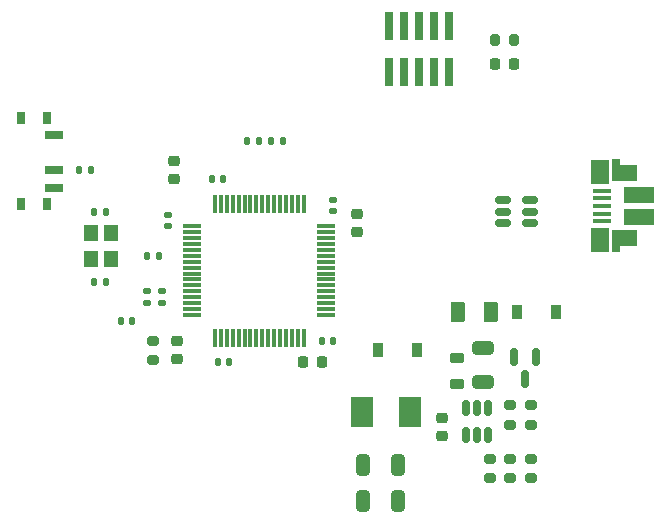
<source format=gbr>
%TF.GenerationSoftware,KiCad,Pcbnew,(6.0.7)*%
%TF.CreationDate,2022-09-22T19:59:32-07:00*%
%TF.ProjectId,STM32F4_rev2,53544d33-3246-4345-9f72-6576322e6b69,rev?*%
%TF.SameCoordinates,Original*%
%TF.FileFunction,Paste,Top*%
%TF.FilePolarity,Positive*%
%FSLAX46Y46*%
G04 Gerber Fmt 4.6, Leading zero omitted, Abs format (unit mm)*
G04 Created by KiCad (PCBNEW (6.0.7)) date 2022-09-22 19:59:32*
%MOMM*%
%LPD*%
G01*
G04 APERTURE LIST*
G04 Aperture macros list*
%AMRoundRect*
0 Rectangle with rounded corners*
0 $1 Rounding radius*
0 $2 $3 $4 $5 $6 $7 $8 $9 X,Y pos of 4 corners*
0 Add a 4 corners polygon primitive as box body*
4,1,4,$2,$3,$4,$5,$6,$7,$8,$9,$2,$3,0*
0 Add four circle primitives for the rounded corners*
1,1,$1+$1,$2,$3*
1,1,$1+$1,$4,$5*
1,1,$1+$1,$6,$7*
1,1,$1+$1,$8,$9*
0 Add four rect primitives between the rounded corners*
20,1,$1+$1,$2,$3,$4,$5,0*
20,1,$1+$1,$4,$5,$6,$7,0*
20,1,$1+$1,$6,$7,$8,$9,0*
20,1,$1+$1,$8,$9,$2,$3,0*%
G04 Aperture macros list end*
%ADD10R,0.740000X2.400000*%
%ADD11RoundRect,0.150000X-0.150000X0.587500X-0.150000X-0.587500X0.150000X-0.587500X0.150000X0.587500X0*%
%ADD12R,0.900000X1.200000*%
%ADD13RoundRect,0.135000X0.135000X0.185000X-0.135000X0.185000X-0.135000X-0.185000X0.135000X-0.185000X0*%
%ADD14R,1.650000X0.400000*%
%ADD15R,1.500000X2.000000*%
%ADD16R,2.500000X1.430000*%
%ADD17R,2.000000X1.350000*%
%ADD18R,0.700000X1.825000*%
%ADD19RoundRect,0.218750X0.218750X0.256250X-0.218750X0.256250X-0.218750X-0.256250X0.218750X-0.256250X0*%
%ADD20RoundRect,0.140000X0.170000X-0.140000X0.170000X0.140000X-0.170000X0.140000X-0.170000X-0.140000X0*%
%ADD21RoundRect,0.200000X0.200000X0.275000X-0.200000X0.275000X-0.200000X-0.275000X0.200000X-0.275000X0*%
%ADD22RoundRect,0.200000X0.275000X-0.200000X0.275000X0.200000X-0.275000X0.200000X-0.275000X-0.200000X0*%
%ADD23RoundRect,0.135000X-0.135000X-0.185000X0.135000X-0.185000X0.135000X0.185000X-0.135000X0.185000X0*%
%ADD24RoundRect,0.140000X-0.140000X-0.170000X0.140000X-0.170000X0.140000X0.170000X-0.140000X0.170000X0*%
%ADD25RoundRect,0.150000X0.512500X0.150000X-0.512500X0.150000X-0.512500X-0.150000X0.512500X-0.150000X0*%
%ADD26R,0.800000X1.000000*%
%ADD27R,1.500000X0.700000*%
%ADD28RoundRect,0.225000X0.250000X-0.225000X0.250000X0.225000X-0.250000X0.225000X-0.250000X-0.225000X0*%
%ADD29RoundRect,0.225000X-0.225000X-0.250000X0.225000X-0.250000X0.225000X0.250000X-0.225000X0.250000X0*%
%ADD30RoundRect,0.250000X0.375000X0.625000X-0.375000X0.625000X-0.375000X-0.625000X0.375000X-0.625000X0*%
%ADD31RoundRect,0.218750X0.256250X-0.218750X0.256250X0.218750X-0.256250X0.218750X-0.256250X-0.218750X0*%
%ADD32R,1.200000X1.400000*%
%ADD33RoundRect,0.140000X0.140000X0.170000X-0.140000X0.170000X-0.140000X-0.170000X0.140000X-0.170000X0*%
%ADD34R,1.900000X2.500000*%
%ADD35RoundRect,0.147500X-0.147500X-0.172500X0.147500X-0.172500X0.147500X0.172500X-0.147500X0.172500X0*%
%ADD36RoundRect,0.200000X-0.275000X0.200000X-0.275000X-0.200000X0.275000X-0.200000X0.275000X0.200000X0*%
%ADD37RoundRect,0.250000X-0.325000X-0.650000X0.325000X-0.650000X0.325000X0.650000X-0.325000X0.650000X0*%
%ADD38RoundRect,0.218750X-0.381250X0.218750X-0.381250X-0.218750X0.381250X-0.218750X0.381250X0.218750X0*%
%ADD39RoundRect,0.250000X0.650000X-0.325000X0.650000X0.325000X-0.650000X0.325000X-0.650000X-0.325000X0*%
%ADD40RoundRect,0.225000X-0.250000X0.225000X-0.250000X-0.225000X0.250000X-0.225000X0.250000X0.225000X0*%
%ADD41RoundRect,0.075000X-0.700000X-0.075000X0.700000X-0.075000X0.700000X0.075000X-0.700000X0.075000X0*%
%ADD42RoundRect,0.075000X-0.075000X-0.700000X0.075000X-0.700000X0.075000X0.700000X-0.075000X0.700000X0*%
%ADD43RoundRect,0.150000X0.150000X-0.512500X0.150000X0.512500X-0.150000X0.512500X-0.150000X-0.512500X0*%
G04 APERTURE END LIST*
D10*
%TO.C,J2*%
X97960000Y-66200000D03*
X97960000Y-62300000D03*
X99230000Y-66200000D03*
X99230000Y-62300000D03*
X100500000Y-66200000D03*
X100500000Y-62300000D03*
X101770000Y-66200000D03*
X101770000Y-62300000D03*
X103040000Y-66200000D03*
X103040000Y-62300000D03*
%TD*%
D11*
%TO.C,Q1*%
X110450000Y-90312500D03*
X108550000Y-90312500D03*
X109500000Y-92187500D03*
%TD*%
D12*
%TO.C,D2*%
X97050000Y-89750000D03*
X100350000Y-89750000D03*
%TD*%
D13*
%TO.C,R8*%
X78510000Y-81750000D03*
X77490000Y-81750000D03*
%TD*%
D14*
%TO.C,J5*%
X115985000Y-78825000D03*
X115985000Y-78175000D03*
X115985000Y-77525000D03*
X115985000Y-76875000D03*
X115985000Y-76225000D03*
D15*
X115885000Y-80375000D03*
D16*
X119135000Y-78485000D03*
D17*
X117935000Y-80255000D03*
X117935000Y-74775000D03*
D16*
X119135000Y-76565000D03*
D15*
X115865000Y-74625000D03*
D18*
X117185000Y-80475000D03*
X117185000Y-74525000D03*
%TD*%
D19*
%TO.C,D3*%
X108537500Y-65500000D03*
X106962500Y-65500000D03*
%TD*%
D20*
%TO.C,C12*%
X78750000Y-85730000D03*
X78750000Y-84770000D03*
%TD*%
D21*
%TO.C,R6*%
X108575000Y-63500000D03*
X106925000Y-63500000D03*
%TD*%
D22*
%TO.C,R5*%
X110000000Y-100575000D03*
X110000000Y-98925000D03*
%TD*%
D13*
%TO.C,R7*%
X72760000Y-74500000D03*
X71740000Y-74500000D03*
%TD*%
D23*
%TO.C,R11*%
X85980000Y-72000000D03*
X87000000Y-72000000D03*
%TD*%
D24*
%TO.C,C8*%
X92270000Y-89000000D03*
X93230000Y-89000000D03*
%TD*%
%TO.C,C10*%
X83000000Y-75250000D03*
X83960000Y-75250000D03*
%TD*%
D12*
%TO.C,D1*%
X108850000Y-86500000D03*
X112150000Y-86500000D03*
%TD*%
D25*
%TO.C,U3*%
X109887500Y-78950000D03*
X109887500Y-78000000D03*
X109887500Y-77050000D03*
X107612500Y-77050000D03*
X107612500Y-78000000D03*
X107612500Y-78950000D03*
%TD*%
D26*
%TO.C,SW1*%
X66795000Y-70100000D03*
X66795000Y-77400000D03*
X69005000Y-70100000D03*
X69005000Y-77400000D03*
D27*
X69655000Y-71500000D03*
X69655000Y-74500000D03*
X69655000Y-76000000D03*
%TD*%
D28*
%TO.C,C5*%
X79750000Y-75275000D03*
X79750000Y-73725000D03*
%TD*%
D29*
%TO.C,C13*%
X90725000Y-90750000D03*
X92275000Y-90750000D03*
%TD*%
D30*
%TO.C,F1*%
X106650000Y-86500000D03*
X103850000Y-86500000D03*
%TD*%
D31*
%TO.C,D4*%
X80000000Y-90500000D03*
X80000000Y-88925000D03*
%TD*%
D32*
%TO.C,Y1*%
X72750000Y-79800000D03*
X72750000Y-82000000D03*
X74450000Y-82000000D03*
X74450000Y-79800000D03*
%TD*%
D33*
%TO.C,C7*%
X84460000Y-90750000D03*
X83500000Y-90750000D03*
%TD*%
D22*
%TO.C,R2*%
X110000000Y-96075000D03*
X110000000Y-94425000D03*
%TD*%
D13*
%TO.C,R10*%
X89010000Y-72000000D03*
X87990000Y-72000000D03*
%TD*%
D28*
%TO.C,C14*%
X95250000Y-79775000D03*
X95250000Y-78225000D03*
%TD*%
D34*
%TO.C,L1*%
X99800000Y-95000000D03*
X95700000Y-95000000D03*
%TD*%
D20*
%TO.C,C6*%
X79250000Y-79250000D03*
X79250000Y-78290000D03*
%TD*%
D24*
%TO.C,C15*%
X73020000Y-78000000D03*
X73980000Y-78000000D03*
%TD*%
D35*
%TO.C,L2*%
X75265000Y-87250000D03*
X76235000Y-87250000D03*
%TD*%
D36*
%TO.C,R1*%
X108250000Y-94425000D03*
X108250000Y-96075000D03*
%TD*%
D33*
%TO.C,C16*%
X73980000Y-84000000D03*
X73020000Y-84000000D03*
%TD*%
D37*
%TO.C,C2*%
X95775000Y-99500000D03*
X98725000Y-99500000D03*
%TD*%
D38*
%TO.C,FB1*%
X103700000Y-90437500D03*
X103700000Y-92562500D03*
%TD*%
D39*
%TO.C,C1*%
X105950000Y-92475000D03*
X105950000Y-89525000D03*
%TD*%
D40*
%TO.C,C4*%
X102450000Y-95475000D03*
X102450000Y-97025000D03*
%TD*%
D20*
%TO.C,C9*%
X93250000Y-77960000D03*
X93250000Y-77000000D03*
%TD*%
D37*
%TO.C,C3*%
X95775000Y-102500000D03*
X98725000Y-102500000D03*
%TD*%
D41*
%TO.C,U2*%
X81325000Y-79250000D03*
X81325000Y-79750000D03*
X81325000Y-80250000D03*
X81325000Y-80750000D03*
X81325000Y-81250000D03*
X81325000Y-81750000D03*
X81325000Y-82250000D03*
X81325000Y-82750000D03*
X81325000Y-83250000D03*
X81325000Y-83750000D03*
X81325000Y-84250000D03*
X81325000Y-84750000D03*
X81325000Y-85250000D03*
X81325000Y-85750000D03*
X81325000Y-86250000D03*
X81325000Y-86750000D03*
D42*
X83250000Y-88675000D03*
X83750000Y-88675000D03*
X84250000Y-88675000D03*
X84750000Y-88675000D03*
X85250000Y-88675000D03*
X85750000Y-88675000D03*
X86250000Y-88675000D03*
X86750000Y-88675000D03*
X87250000Y-88675000D03*
X87750000Y-88675000D03*
X88250000Y-88675000D03*
X88750000Y-88675000D03*
X89250000Y-88675000D03*
X89750000Y-88675000D03*
X90250000Y-88675000D03*
X90750000Y-88675000D03*
D41*
X92675000Y-86750000D03*
X92675000Y-86250000D03*
X92675000Y-85750000D03*
X92675000Y-85250000D03*
X92675000Y-84750000D03*
X92675000Y-84250000D03*
X92675000Y-83750000D03*
X92675000Y-83250000D03*
X92675000Y-82750000D03*
X92675000Y-82250000D03*
X92675000Y-81750000D03*
X92675000Y-81250000D03*
X92675000Y-80750000D03*
X92675000Y-80250000D03*
X92675000Y-79750000D03*
X92675000Y-79250000D03*
D42*
X90750000Y-77325000D03*
X90250000Y-77325000D03*
X89750000Y-77325000D03*
X89250000Y-77325000D03*
X88750000Y-77325000D03*
X88250000Y-77325000D03*
X87750000Y-77325000D03*
X87250000Y-77325000D03*
X86750000Y-77325000D03*
X86250000Y-77325000D03*
X85750000Y-77325000D03*
X85250000Y-77325000D03*
X84750000Y-77325000D03*
X84250000Y-77325000D03*
X83750000Y-77325000D03*
X83250000Y-77325000D03*
%TD*%
D20*
%TO.C,C11*%
X77500000Y-85710000D03*
X77500000Y-84750000D03*
%TD*%
D22*
%TO.C,R9*%
X78000000Y-90575000D03*
X78000000Y-88925000D03*
%TD*%
D43*
%TO.C,U1*%
X104500000Y-96887500D03*
X105450000Y-96887500D03*
X106400000Y-96887500D03*
X106400000Y-94612500D03*
X105450000Y-94612500D03*
X104500000Y-94612500D03*
%TD*%
D36*
%TO.C,R4*%
X108250000Y-98925000D03*
X108250000Y-100575000D03*
%TD*%
D22*
%TO.C,R3*%
X106500000Y-100575000D03*
X106500000Y-98925000D03*
%TD*%
M02*

</source>
